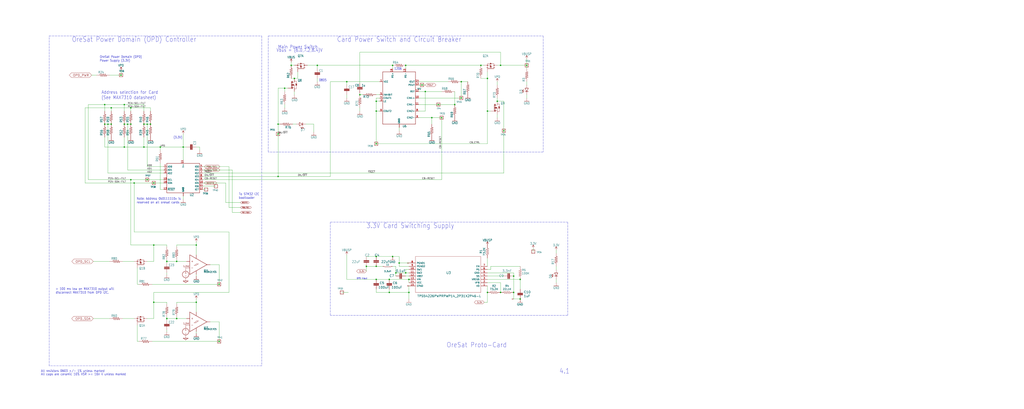
<source format=kicad_sch>
(kicad_sch (version 20211123) (generator eeschema)
  (paper "User" 795.02 317.906)
  (junction (at 378.46 60.96))
  (junction (at 111.76 114.3))
  (junction (at 292.1 78.74))
  (junction (at 114.3 139.7))
  (junction (at 378.46 86.36))
  (junction (at 340.36 81.28))
  (junction (at 292.1 86.36))
  (junction (at 96.52 96.52))
  (junction (at 304.8 199.39))
  (junction (at 398.78 227.33))
  (junction (at 279.4 73.66))
  (junction (at 398.78 214.63))
  (junction (at 292.1 199.39))
  (junction (at 96.52 114.3))
  (junction (at 119.38 190.5))
  (junction (at 170.18 220.98))
  (junction (at 93.98 58.42))
  (junction (at 116.84 96.52))
  (junction (at 317.5 217.17))
  (junction (at 152.4 190.5))
  (junction (at 86.36 96.52))
  (junction (at 101.6 96.52))
  (junction (at 215.9 137.16))
  (junction (at 269.24 63.5))
  (junction (at 307.34 212.09))
  (junction (at 403.86 232.41))
  (junction (at 292.1 217.17))
  (junction (at 386.08 78.74))
  (junction (at 335.28 91.44))
  (junction (at 388.62 50.8))
  (junction (at 137.16 247.65))
  (junction (at 129.54 203.2))
  (junction (at 119.38 234.95))
  (junction (at 101.6 139.7))
  (junction (at 142.24 114.3))
  (junction (at 317.5 227.33))
  (junction (at 86.36 83.82))
  (junction (at 96.52 81.28))
  (junction (at 314.96 212.09))
  (junction (at 114.3 96.52))
  (junction (at 403.86 217.17))
  (junction (at 137.16 203.2))
  (junction (at 170.18 265.43))
  (junction (at 226.06 50.8))
  (junction (at 81.28 96.52))
  (junction (at 388.62 227.33))
  (junction (at 215.9 104.14))
  (junction (at 292.1 207.01))
  (junction (at 101.6 83.82))
  (junction (at 309.88 204.47))
  (junction (at 119.38 142.24))
  (junction (at 83.82 96.52))
  (junction (at 391.16 101.6))
  (junction (at 342.9 91.44))
  (junction (at 302.26 217.17))
  (junction (at 408.94 50.8))
  (junction (at 284.48 207.01))
  (junction (at 129.54 247.65))
  (junction (at 220.98 68.58))
  (junction (at 228.6 60.96))
  (junction (at 111.76 96.52))
  (junction (at 124.46 114.3))
  (junction (at 314.96 50.8))
  (junction (at 378.46 227.33))
  (junction (at 304.8 50.8))
  (junction (at 353.06 81.28))
  (junction (at 104.14 142.24))
  (junction (at 327.66 66.04))
  (junction (at 358.14 63.5))
  (junction (at 330.2 71.12))
  (junction (at 215.9 96.52))
  (junction (at 373.38 50.8))
  (junction (at 246.38 50.8))
  (junction (at 292.1 111.76))
  (junction (at 99.06 96.52))
  (junction (at 152.4 234.95))
  (junction (at 302.26 227.33))
  (junction (at 81.28 81.28))
  (junction (at 358.14 76.2))
  (wire (pts (xy 129.54 234.95) (xy 119.38 234.95)))
  (wire (pts (xy 314.96 212.09) (xy 307.34 212.09)))
  (wire (pts (xy 317.5 209.55) (xy 314.96 209.55)))
  (wire (pts (xy 284.48 207.01) (xy 292.1 207.01)))
  (wire (pts (xy 114.3 129.54) (xy 114.3 96.52)))
  (wire (pts (xy 104.14 142.24) (xy 66.04 142.24)))
  (wire (pts (xy 284.48 199.39) (xy 292.1 199.39)))
  (wire (pts (xy 163.195 205.74) (xy 170.18 205.74)))
  (wire (pts (xy 307.34 212.09) (xy 307.34 207.01)))
  (wire (pts (xy 294.64 76.2) (xy 292.1 76.2)))
  (wire (pts (xy 228.6 71.12) (xy 228.6 73.66)))
  (wire (pts (xy 107.95 220.98) (xy 106.68 220.98)))
  (wire (pts (xy 398.78 232.41) (xy 403.86 232.41)))
  (wire (pts (xy 386.08 50.8) (xy 388.62 50.8)))
  (wire (pts (xy 279.4 73.66) (xy 281.94 73.66)))
  (wire (pts (xy 269.24 66.04) (xy 269.24 63.5)))
  (wire (pts (xy 325.12 63.5) (xy 347.98 63.5)))
  (wire (pts (xy 243.586 96.52) (xy 243.586 102.616)))
  (wire (pts (xy 217.17 96.52) (xy 215.9 96.52)))
  (wire (pts (xy 378.46 86.36) (xy 378.46 111.76)))
  (wire (pts (xy 129.54 236.22) (xy 129.54 234.95)))
  (wire (pts (xy 119.38 190.5) (xy 119.38 203.2)))
  (wire (pts (xy 129.54 247.65) (xy 129.54 246.38)))
  (wire (pts (xy 314.96 53.34) (xy 314.96 50.8)))
  (wire (pts (xy 106.68 265.43) (xy 106.68 252.73)))
  (wire (pts (xy 246.38 50.8) (xy 304.8 50.8)))
  (wire (pts (xy 279.4 72.39) (xy 279.4 73.66)))
  (wire (pts (xy 238.76 50.8) (xy 246.38 50.8)))
  (wire (pts (xy 309.88 199.39) (xy 309.88 204.47)))
  (wire (pts (xy 137.16 191.77) (xy 137.16 190.5)))
  (polyline (pts (xy 38.1 27.94) (xy 203.2 27.94)))
  (wire (pts (xy 152.4 234.95) (xy 137.16 234.95)))
  (wire (pts (xy 327.66 66.04) (xy 330.2 66.04)))
  (polyline (pts (xy 208.28 27.94) (xy 421.64 27.94)))
  (wire (pts (xy 228.6 60.96) (xy 231.14 60.96)))
  (wire (pts (xy 101.6 139.7) (xy 114.3 139.7)))
  (wire (pts (xy 335.28 91.44) (xy 325.12 91.44)))
  (wire (pts (xy 408.94 45.72) (xy 408.94 50.8)))
  (wire (pts (xy 137.16 203.2) (xy 144.78 203.2)))
  (wire (pts (xy 373.38 50.8) (xy 375.92 50.8)))
  (wire (pts (xy 378.46 217.17) (xy 403.86 217.17)))
  (wire (pts (xy 342.9 91.44) (xy 335.28 91.44)))
  (wire (pts (xy 152.4 190.5) (xy 152.4 187.96)))
  (wire (pts (xy 269.24 63.5) (xy 294.64 63.5)))
  (wire (pts (xy 246.38 53.34) (xy 246.38 50.8)))
  (wire (pts (xy 118.11 265.43) (xy 170.18 265.43)))
  (wire (pts (xy 314.96 50.8) (xy 373.38 50.8)))
  (wire (pts (xy 302.26 227.33) (xy 317.5 227.33)))
  (wire (pts (xy 101.6 190.5) (xy 101.6 139.7)))
  (wire (pts (xy 381 209.55) (xy 378.46 209.55)))
  (wire (pts (xy 81.28 81.28) (xy 96.52 81.28)))
  (wire (pts (xy 127 142.24) (xy 119.38 142.24)))
  (wire (pts (xy 177.8 129.54) (xy 177.8 161.29)))
  (polyline (pts (xy 440.69 245.11) (xy 256.54 245.11)))
  (wire (pts (xy 152.4 190.5) (xy 137.16 190.5)))
  (wire (pts (xy 302.26 227.33) (xy 302.26 224.79)))
  (wire (pts (xy 157.48 144.78) (xy 167.64 144.78)))
  (wire (pts (xy 127 134.62) (xy 83.82 134.62)))
  (wire (pts (xy 353.06 81.28) (xy 353.06 71.12)))
  (wire (pts (xy 129.54 203.2) (xy 137.16 203.2)))
  (wire (pts (xy 111.76 114.3) (xy 124.46 114.3)))
  (polyline (pts (xy 208.28 118.11) (xy 208.28 27.94)))
  (wire (pts (xy 127 132.08) (xy 99.06 132.08)))
  (wire (pts (xy 180.34 165.1) (xy 186.69 165.1)))
  (wire (pts (xy 157.48 142.24) (xy 175.26 142.24)))
  (wire (pts (xy 279.4 40.64) (xy 388.62 40.64)))
  (wire (pts (xy 129.54 247.65) (xy 129.54 248.92)))
  (wire (pts (xy 114.3 139.7) (xy 127 139.7)))
  (wire (pts (xy 292.1 111.76) (xy 292.1 86.36)))
  (wire (pts (xy 226.06 60.96) (xy 228.6 60.96)))
  (wire (pts (xy 152.4 198.12) (xy 152.4 190.5)))
  (wire (pts (xy 119.38 227.33) (xy 177.8 227.33)))
  (wire (pts (xy 124.46 127) (xy 124.46 147.32)))
  (wire (pts (xy 378.46 234.95) (xy 375.92 234.95)))
  (wire (pts (xy 265.43 227.33) (xy 270.51 227.33)))
  (wire (pts (xy 119.38 203.2) (xy 114.3 203.2)))
  (polyline (pts (xy 203.2 284.48) (xy 38.1 284.48)))
  (wire (pts (xy 231.14 60.96) (xy 231.14 55.88)))
  (wire (pts (xy 170.18 205.74) (xy 170.18 220.98)))
  (wire (pts (xy 96.52 86.36) (xy 96.52 81.28)))
  (wire (pts (xy 358.14 63.5) (xy 363.22 63.5)))
  (wire (pts (xy 142.24 114.3) (xy 144.78 114.3)))
  (wire (pts (xy 81.28 114.3) (xy 96.52 114.3)))
  (wire (pts (xy 325.12 66.04) (xy 327.66 66.04)))
  (wire (pts (xy 86.36 96.52) (xy 83.82 96.52)))
  (wire (pts (xy 388.62 219.71) (xy 388.62 227.33)))
  (wire (pts (xy 378.46 111.76) (xy 292.1 111.76)))
  (wire (pts (xy 86.36 86.36) (xy 86.36 83.82)))
  (wire (pts (xy 378.46 227.33) (xy 378.46 234.95)))
  (wire (pts (xy 86.36 83.82) (xy 101.6 83.82)))
  (wire (pts (xy 157.48 132.08) (xy 180.34 132.08)))
  (wire (pts (xy 381 207.01) (xy 381 209.55)))
  (wire (pts (xy 304.8 199.39) (xy 309.88 199.39)))
  (wire (pts (xy 378.46 200.66) (xy 378.46 207.01)))
  (wire (pts (xy 294.64 73.66) (xy 292.1 73.66)))
  (wire (pts (xy 99.06 132.08) (xy 99.06 96.52)))
  (wire (pts (xy 330.2 86.36) (xy 330.2 71.12)))
  (wire (pts (xy 152.4 114.3) (xy 154.94 114.3)))
  (wire (pts (xy 330.2 71.12) (xy 342.9 71.12)))
  (wire (pts (xy 68.58 81.28) (xy 81.28 81.28)))
  (wire (pts (xy 378.46 60.96) (xy 378.46 55.88)))
  (wire (pts (xy 129.54 191.77) (xy 129.54 190.5)))
  (wire (pts (xy 378.46 214.63) (xy 391.16 214.63)))
  (wire (pts (xy 127 129.54) (xy 114.3 129.54)))
  (wire (pts (xy 101.6 83.82) (xy 116.84 83.82)))
  (wire (pts (xy 129.54 190.5) (xy 119.38 190.5)))
  (wire (pts (xy 226.06 50.8) (xy 228.6 50.8)))
  (wire (pts (xy 83.82 134.62) (xy 83.82 96.52)))
  (polyline (pts (xy 256.54 245.11) (xy 256.54 172.72)))
  (wire (pts (xy 220.98 81.28) (xy 220.98 83.82)))
  (wire (pts (xy 292.1 78.74) (xy 292.1 86.36)))
  (wire (pts (xy 119.38 142.24) (xy 104.14 142.24)))
  (polyline (pts (xy 421.64 118.11) (xy 208.28 118.11)))
  (wire (pts (xy 116.84 83.82) (xy 116.84 86.36)))
  (wire (pts (xy 226.06 48.26) (xy 226.06 50.8)))
  (wire (pts (xy 317.5 204.47) (xy 309.88 204.47)))
  (wire (pts (xy 314.96 212.09) (xy 314.96 209.55)))
  (wire (pts (xy 304.8 207.01) (xy 307.34 207.01)))
  (polyline (pts (xy 440.69 172.72) (xy 440.69 245.11)))
  (wire (pts (xy 215.9 104.14) (xy 215.9 137.16)))
  (wire (pts (xy 269.24 217.17) (xy 292.1 217.17)))
  (wire (pts (xy 386.08 88.9) (xy 386.08 91.44)))
  (wire (pts (xy 381 86.36) (xy 378.46 86.36)))
  (wire (pts (xy 101.6 86.36) (xy 101.6 83.82)))
  (wire (pts (xy 325.12 71.12) (xy 330.2 71.12)))
  (wire (pts (xy 163.195 250.19) (xy 170.18 250.19)))
  (wire (pts (xy 215.9 137.16) (xy 256.54 137.16)))
  (wire (pts (xy 269.24 198.12) (xy 269.24 217.17)))
  (wire (pts (xy 292.1 227.33) (xy 302.26 227.33)))
  (wire (pts (xy 335.28 96.52) (xy 335.28 91.44)))
  (wire (pts (xy 292.1 86.36) (xy 294.64 86.36)))
  (wire (pts (xy 279.4 64.77) (xy 279.4 40.64)))
  (wire (pts (xy 220.98 68.58) (xy 215.9 68.58)))
  (wire (pts (xy 127 147.32) (xy 124.46 147.32)))
  (polyline (pts (xy 256.54 172.72) (xy 440.69 172.72)))
  (wire (pts (xy 177.8 180.34) (xy 104.14 180.34)))
  (wire (pts (xy 408.94 50.8) (xy 408.94 53.34)))
  (wire (pts (xy 256.54 137.16) (xy 256.54 63.5)))
  (wire (pts (xy 307.34 214.63) (xy 307.34 212.09)))
  (wire (pts (xy 177.8 227.33) (xy 177.8 180.34)))
  (wire (pts (xy 284.48 210.82) (xy 284.48 207.01)))
  (wire (pts (xy 398.78 232.41) (xy 398.78 227.33)))
  (wire (pts (xy 142.24 124.46) (xy 142.24 114.3)))
  (wire (pts (xy 309.88 101.6) (xy 309.88 99.06)))
  (wire (pts (xy 391.16 134.62) (xy 157.48 134.62)))
  (wire (pts (xy 137.16 236.22) (xy 137.16 234.95)))
  (polyline (pts (xy 203.2 27.94) (xy 203.2 284.48)))
  (wire (pts (xy 96.52 114.3) (xy 111.76 114.3)))
  (wire (pts (xy 373.38 60.96) (xy 378.46 60.96)))
  (wire (pts (xy 340.36 81.28) (xy 353.06 81.28)))
  (wire (pts (xy 386.08 76.2) (xy 386.08 78.74)))
  (wire (pts (xy 152.4 234.95) (xy 152.4 242.57)))
  (wire (pts (xy 157.48 139.7) (xy 342.9 139.7)))
  (wire (pts (xy 358.14 76.2) (xy 358.14 63.5)))
  (wire (pts (xy 85.09 203.2) (xy 72.39 203.2)))
  (wire (pts (xy 215.9 68.58) (xy 215.9 96.52)))
  (wire (pts (xy 124.46 114.3) (xy 142.24 114.3)))
  (wire (pts (xy 325.12 86.36) (xy 330.2 86.36)))
  (wire (pts (xy 309.88 207.01) (xy 317.5 207.01)))
  (wire (pts (xy 177.8 129.54) (xy 157.48 129.54)))
  (wire (pts (xy 378.46 222.25) (xy 378.46 227.33)))
  (wire (pts (xy 431.8 207.01) (xy 431.8 209.55)))
  (wire (pts (xy 114.3 96.52) (xy 111.76 96.52)))
  (wire (pts (xy 340.36 81.28) (xy 325.12 81.28)))
  (wire (pts (xy 237.49 96.52) (xy 243.586 96.52)))
  (wire (pts (xy 99.06 96.52) (xy 96.52 96.52)))
  (wire (pts (xy 398.78 214.63) (xy 398.78 227.33)))
  (wire (pts (xy 111.76 114.3) (xy 111.76 106.68)))
  (wire (pts (xy 304.8 50.8) (xy 304.8 53.34)))
  (wire (pts (xy 403.86 217.17) (xy 403.86 224.79)))
  (wire (pts (xy 96.52 81.28) (xy 111.76 81.28)))
  (wire (pts (xy 309.88 204.47) (xy 309.88 207.01)))
  (wire (pts (xy 391.16 101.6) (xy 391.16 134.62)))
  (wire (pts (xy 302.26 217.17) (xy 317.5 217.17)))
  (wire (pts (xy 220.98 71.12) (xy 220.98 68.58)))
  (wire (pts (xy 378.46 60.96) (xy 378.46 86.36)))
  (wire (pts (xy 157.48 137.16) (xy 215.9 137.16)))
  (wire (pts (xy 256.54 63.5) (xy 269.24 63.5)))
  (wire (pts (xy 152.4 259.08) (xy 152.4 257.81)))
  (wire (pts (xy 246.38 60.96) (xy 246.38 63.5)))
  (wire (pts (xy 220.98 68.58) (xy 223.52 68.58)))
  (wire (pts (xy 177.8 161.29) (xy 186.69 161.29)))
  (wire (pts (xy 85.09 58.42) (xy 93.98 58.42)))
  (wire (pts (xy 154.94 114.3) (xy 154.94 116.84)))
  (wire (pts (xy 116.84 96.52) (xy 114.3 96.52)))
  (wire (pts (xy 378.46 219.71) (xy 388.62 219.71)))
  (wire (pts (xy 81.28 86.36) (xy 81.28 81.28)))
  (wire (pts (xy 269.24 76.2) (xy 269.24 73.66)))
  (wire (pts (xy 137.16 247.65) (xy 144.78 247.65)))
  (wire (pts (xy 408.94 63.5) (xy 408.94 66.04)))
  (wire (pts (xy 160.02 147.32) (xy 157.48 147.32)))
  (wire (pts (xy 74.93 58.42) (xy 71.12 58.42)))
  (wire (pts (xy 129.54 203.2) (xy 129.54 201.93)))
  (wire (pts (xy 81.28 114.3) (xy 81.28 106.68)))
  (wire (pts (xy 388.62 40.64) (xy 388.62 50.8)))
  (wire (pts (xy 317.5 219.71) (xy 317.5 217.17)))
  (wire (pts (xy 414.02 193.04) (xy 414.02 195.58)))
  (wire (pts (xy 85.09 247.65) (xy 72.39 247.65)))
  (wire (pts (xy 118.11 220.98) (xy 170.18 220.98)))
  (wire (pts (xy 104.14 180.34) (xy 104.14 142.24)))
  (wire (pts (xy 292.1 217.17) (xy 302.26 217.17)))
  (wire (pts (xy 325.12 76.2) (xy 358.14 76.2)))
  (wire (pts (xy 104.14 247.65) (xy 95.25 247.65)))
  (wire (pts (xy 129.54 247.65) (xy 137.16 247.65)))
  (wire (pts (xy 317.5 227.33) (xy 317.5 232.41)))
  (wire (pts (xy 386.08 63.5) (xy 386.08 66.04)))
  (wire (pts (xy 83.82 96.52) (xy 81.28 96.52)))
  (wire (pts (xy 378.46 212.09) (xy 398.78 212.09)))
  (wire (pts (xy 388.62 50.8) (xy 408.94 50.8)))
  (wire (pts (xy 101.6 96.52) (xy 99.06 96.52)))
  (wire (pts (xy 107.95 265.43) (xy 106.68 265.43)))
  (wire (pts (xy 152.4 234.95) (xy 152.4 232.41)))
  (wire (pts (xy 68.58 139.7) (xy 68.58 81.28)))
  (wire (pts (xy 398.78 212.09) (xy 398.78 214.63)))
  (wire (pts (xy 129.54 213.36) (xy 129.54 212.09)))
  (wire (pts (xy 137.16 246.38) (xy 137.16 247.65)))
  (wire (pts (xy 292.1 199.39) (xy 304.8 199.39)))
  (wire (pts (xy 292.1 207.01) (xy 297.18 207.01)))
  (wire (pts (xy 317.5 214.63) (xy 314.96 214.63)))
  (wire (pts (xy 104.14 203.2) (xy 95.25 203.2)))
  (wire (pts (xy 129.54 257.81) (xy 129.54 256.54)))
  (wire (pts (xy 119.38 234.95) (xy 119.38 247.65)))
  (wire (pts (xy 119.38 247.65) (xy 114.3 247.65)))
  (wire (pts (xy 391.16 78.74) (xy 391.16 101.6)))
  (wire (pts (xy 180.34 132.08) (xy 180.34 165.1)))
  (wire (pts (xy 215.9 96.52) (xy 215.9 104.14)))
  (wire (pts (xy 292.1 227.33) (xy 292.1 224.79)))
  (polyline (pts (xy 38.1 284.48) (xy 38.1 27.94)))
  (wire (pts (xy 175.26 157.48) (xy 186.69 157.48)))
  (wire (pts (xy 66.04 142.24) (xy 66.04 83.82)))
  (wire (pts (xy 96.52 114.3) (xy 96.52 106.68)))
  (wire (pts (xy 292.1 78.74) (xy 294.64 78.74)))
  (wire (pts (xy 431.8 217.17) (xy 431.8 219.71)))
  (wire (pts (xy 342.9 139.7) (xy 342.9 91.44)))
  (wire (pts (xy 170.18 250.19) (xy 170.18 265.43)))
  (wire (pts (xy 119.38 190.5) (xy 101.6 190.5)))
  (wire (pts (xy 142.24 154.94) (xy 142.24 152.4)))
  (wire (pts (xy 68.58 139.7) (xy 101.6 139.7)))
  (wire (pts (xy 106.68 220.98) (xy 106.68 208.28)))
  (wire (pts (xy 227.33 96.52) (xy 229.87 96.52)))
  (wire (pts (xy 403.86 207.01) (xy 381 207.01)))
  (wire (pts (xy 119.38 234.95) (xy 119.38 227.33)))
  (wire (pts (xy 317.5 222.25) (xy 317.5 227.33)))
  (wire (pts (xy 292.1 76.2) (xy 292.1 78.74)))
  (wire (pts (xy 175.26 142.24) (xy 175.26 157.48)))
  (wire (pts (xy 386.08 78.74) (xy 391.16 78.74)))
  (wire (pts (xy 129.54 204.47) (xy 129.54 203.2)))
  (wire (pts (xy 93.98 58.42) (xy 93.98 54.61)))
  (wire (pts (xy 111.76 86.36) (xy 111.76 81.28)))
  (wire (pts (xy 279.4 86.36) (xy 279.4 83.82)))
  (wire (pts (xy 137.16 201.93) (xy 137.16 203.2)))
  (wire (pts (xy 317.5 212.09) (xy 314.96 212.09)))
  (wire (pts (xy 152.4 214.63) (xy 152.4 213.36)))
  (wire (pts (xy 142.24 114.3) (xy 142.24 104.14)))
  (polyline (pts (xy 421.64 27.94) (xy 421.64 118.11)))
  (wire (pts (xy 408.94 73.66) (xy 408.94 76.2)))
  (wire (pts (xy 431.8 194.31) (xy 431.8 196.85)))
  (wire (pts (xy 66.04 83.82) (xy 86.36 83.82)))
  (wire (pts (xy 124.46 116.84) (xy 124.46 114.3)))
  (text "> 100 ms low on MAX7310 output will\ndisconnect MAX7310 from OPD I2C." (at 43.18 228.6 0) (effects (font (size 1.778 1.5113)) (justify left bottom)))
  (text "To STM32 I2C\nbootloader" (at 185.42 154.94 180) (effects (font (size 1.778 1.5113)) (justify left bottom)))
  (text "Main Power Switch" (at 215.9 38.1 180) (effects (font (size 2.54 2.159)) (justify left bottom)))
  (text "1206" (at 306.07 54.61 180) (effects (font (size 1.778 1.5113)) (justify left bottom)))
  (text "4.1" (at 434.34 290.83 180) (effects (font (size 3.81 3.2385)) (justify left bottom)))
  (text "All resistors 0603 +/- 1% unless marked" (at 31.75 289.56 180) (effects (font (size 1.778 1.5113)) (justify left bottom)))
  (text "All caps are ceramic 10% X5R >= 16V V unless marked" (at 31.75 292.1 0) (effects (font (size 1.778 1.5113)) (justify left bottom)))
  (text "Address selection for Card\n(See MAX7310 datasheet)" (at 78.74 77.47 0) (effects (font (size 2.54 2.159)) (justify left bottom)))
  (text "OreSat Proto-Card" (at 346.71 270.51 180) (effects (font (size 3.81 3.2385)) (justify left bottom)))
  (text "OPD Input\n" (at 276.86 217.17 0) (effects (font (size 1.0668 1.0668)) (justify left bottom)))
  (text "Note: Address 0b0111110x is\nreserved on all oresat cards" (at 106.172 158.496 0) (effects (font (size 1.778 1.5113)) (justify left bottom)))
  (text "(3.3V)" (at 134.62 107.95 180) (effects (font (size 1.778 1.5113)) (justify left bottom)))
  (text "3.3V Card Switching Supply" (at 284.48 177.8 180) (effects (font (size 3.81 3.2385)) (justify left bottom)))
  (text "OreSat Power Domain (OPD)\nPower Supply (3.3V)" (at 77.47 48.26 180) (effects (font (size 1.778 1.5113)) (justify left bottom)))
  (text "Card Power Switch and Circuit Breaker" (at 261.62 33.02 180) (effects (font (size 3.81 3.2385)) (justify left bottom)))
  (text "0805" (at 247.65 63.5 180) (effects (font (size 1.778 1.5113)) (justify left bottom)))
  (text "OreSat Power Domain (OPD) Controller" (at 55.88 33.02 180) (effects (font (size 3.81 3.2385)) (justify left bottom)))
  (text "Vbus = (6.0,7.2,8.4)V" (at 214.63 40.64 180) (effects (font (size 2.54 2.159)) (justify left bottom)))
  (label "PEN-SCL-FILT" (at 99.06 81.28 0) (effects (font (size 1.2446 1.2446))))
  (label "CB-RESET" (at 327.66 139.7 0) (effects (font (size 1.2446 1.2446))))
  (label "PEN-SDA-FILT" (at 99.06 83.82 0) (effects (font (size 1.2446 1.2446))))
  (label "ON/~{OFF}" (at 158.75 137.16 0) (effects (font (size 1.2446 1.2446))))
  (label "CB_CTRL" (at 364.49 111.76 0) (effects (font (size 1.2446 1.2446))))
  (label "PEN-SCL-FILT" (at 83.82 139.7 0) (effects (font (size 1.2446 1.2446))))
  (label "PEN-SDA-FILT" (at 83.82 142.24 0) (effects (font (size 1.2446 1.2446))))
  (label "VPD" (at 124.46 114.3 0) (effects (font (size 1.2446 1.2446))))
  (label "~{FAULT}" (at 285.75 134.62 0) (effects (font (size 1.2446 1.2446))))
  (label "AD0" (at 114.3 129.54 0) (effects (font (size 1.2446 1.2446))))
  (label "ON/~{OFF}" (at 215.9 104.14 0) (effects (font (size 1.2446 1.2446))))
  (label "ON/~{OFF}" (at 231.14 137.16 0) (effects (font (size 1.2446 1.2446))))
  (label "~{FAULT}" (at 158.75 134.62 0) (effects (font (size 1.2446 1.2446))))
  (label "AD2" (at 114.3 134.62 0) (effects (font (size 1.2446 1.2446))))
  (label "CB-RESET" (at 158.75 139.7 0) (effects (font (size 1.2446 1.2446))))
  (label "AD1" (at 114.3 132.08 0) (effects (font (size 1.2446 1.2446))))
  (label "CB-RESET" (at 342.9 115.57 90) (effects (font (size 1.2446 1.2446))))
  (global_label "PB6/SCL" (shape bidirectional) (at 158.75 129.54 0) (effects (font (size 1.2446 1.2446))) (property "Intersheet References" "${INTERSHEET_REFS}" (effects hide)))
  (global_label "BOOT0" (shape bidirectional) (at 186.69 157.48 0) (effects (font (size 0.889 0.889))) (property "Intersheet References" "${INTERSHEET_REFS}" (effects hide)))
  (global_label "BOOT0" (shape bidirectional) (at 158.75 142.24 0) (effects (font (size 1.2446 1.2446))) (property "Intersheet References" "${INTERSHEET_REFS}" (effects hide)))
  (global_label "GND" (shape bidirectional) (at 317.5 222.25 180) (effects (font (size 0.254 0.254))) (property "Intersheet References" "${INTERSHEET_REFS}" (effects hide)))
  (global_label "GND" (shape bidirectional) (at 398.78 232.41 180) (effects (font (size 0.254 0.254))) (property "Intersheet References" "${INTERSHEET_REFS}" (effects hide)))
  (global_label "GND" (shape bidirectional) (at 317.5 204.47 180) (effects (font (size 0.254 0.254))) (property "Intersheet References" "${INTERSHEET_REFS}" (effects hide)))
  (global_label "PB7/SDA" (shape bidirectional) (at 186.69 165.1 0) (effects (font (size 0.889 0.889))) (property "Intersheet References" "${INTERSHEET_REFS}" (effects hide)))
  (global_label "3.3V" (shape bidirectional) (at 284.48 210.82 180) (property "Intersheet References" "${INTERSHEET_REFS}" (effects hide)))
  (global_label "3.3V" (shape bidirectional) (at 375.92 234.95 180) (property "Intersheet References" "${INTERSHEET_REFS}" (effects hide)))
  (global_label "PB7/SDA" (shape bidirectional) (at 158.75 132.08 0) (effects (font (size 1.2446 1.2446))) (property "Intersheet References" "${INTERSHEET_REFS}" (effects hide)))
  (global_label "OPD_SCL" (shape bidirectional) (at 72.39 203.2 180) (effects (font (size 1.778 1.778))) (property "Intersheet References" "${INTERSHEET_REFS}" (effects hide)))
  (global_label "OPD_PWR" (shape bidirectional) (at 71.12 58.42 180) (effects (font (size 1.778 1.778))) (property "Intersheet References" "${INTERSHEET_REFS}" (effects hide)))
  (global_label "PB6/SCL" (shape bidirectional) (at 186.69 161.29 0) (effects (font (size 0.889 0.889))) (property "Intersheet References" "${INTERSHEET_REFS}" (effects hide)))
  (global_label "POUT" (shape bidirectional) (at 330.2 66.04 0) (effects (font (size 1.2446 1.2446))) (property "Intersheet References" "${INTERSHEET_REFS}" (effects hide)))
  (global_label "OPD_SDA" (shape bidirectional) (at 72.39 247.65 180) (effects (font (size 1.778 1.778))) (property "Intersheet References" "${INTERSHEET_REFS}" (effects hide)))
  (symbol (lib_id "mainboard:22UF-1210-16V-20%") (at 302.26 222.25 0) (unit 1)
    (property "Reference" "C6" (at 304.8 220.98 0) (effects (font (size 1.778 1.778)) (justify left bottom)))
    (property "Value" "100uF" (at 303.784 224.409 0) (effects (font (size 1.778 1.778)) (justify left bottom)))
    (property "Footprint" "Capacitor_SMD:C_1210_3225Metric" (effects hide))
    (property "Description" "100uF 16V X5R 1210" (effects hide))
  )
  (symbol (lib_id "oresat-proto-card-eagle-import:VPD") (at 152.4 187.96 0) (unit 1)
    (property "Reference" "#VPD010" (effects hide))
    (property "Value" "VPD" (at 152.4 185.166 0) (effects (font (size 1.778 1.5113)) (justify bottom)))
    (property "Footprint" "oresat-proto-card:" (effects hide))
  )
  (symbol (lib_id "oresat-proto-card-eagle-import:R-US_0603-C-NOSILK") (at 80.01 58.42 0) (unit 1)
    (property "Reference" "R24" (at 76.2 57.15 0) (effects (font (size 1.778 1.5113)) (justify left bottom)))
    (property "Value" "10" (at 82.55 57.15 0) (effects (font (size 1.778 1.5113)) (justify left bottom)))
    (property "Footprint" "oresat-proto-card:.0603-C-NOSILK" (effects hide))
  )
  (symbol (lib_id "oresat-proto-card-eagle-import:R-US_0603-C-NOSILK") (at 86.36 91.44 90) (unit 1)
    (property "Reference" "R59" (at 84.8614 95.25 0) (effects (font (size 1.778 1.5113)) (justify left bottom)))
    (property "Value" "NP" (at 84.582 90.17 0) (effects (font (size 1.778 1.5113)) (justify left bottom)))
    (property "Footprint" "oresat-proto-card:.0603-C-NOSILK" (effects hide))
  )
  (symbol (lib_id "Device:L") (at 300.99 207.01 270) (unit 1)
    (property "Reference" "L1" (at 300.99 205.74 90))
    (property "Value" "3.3uH" (at 300.99 210.82 90))
    (property "Footprint" "MaxLib:L_2141" (effects hide))
    (property "Datasheet" "https://datasheet.lcsc.com/lcsc/2009171412_TAI-TECH-HPC5040NF-3R3MTH_C304367.pdf" (effects hide))
    (property "Description" "3.3uH Shielded Inductor" (effects hide))
    (property "Flight" "SPM5030T-3R3M-HZ" (effects hide))
    (property "Manufacturer_Name" "TAI-TECH" (effects hide))
    (property "Manufacturer_Part_Number" "HPC5040NF-3R3MTH" (effects hide))
    (property "Proto" "HPC5040NF-3R3MTH" (effects hide))
  )
  (symbol (lib_id "oresat-proto-card-eagle-import:GND") (at 353.06 93.98 0) (mirror y) (unit 1)
    (property "Reference" "#GND021" (effects hide))
    (property "Value" "GND" (at 355.6 96.52 0) (effects (font (size 1.778 1.5113)) (justify left bottom)))
    (property "Footprint" "oresat-proto-card:" (effects hide))
  )
  (symbol (lib_id "oresat-proto-card-eagle-import:C-EU0805-B-NOSILK") (at 246.38 55.88 0) (unit 1)
    (property "Reference" "C1" (at 247.65 55.88 0) (effects (font (size 1.778 1.5113)) (justify left bottom)))
    (property "Value" "10u" (at 247.65 60.96 0) (effects (font (size 1.778 1.5113)) (justify left bottom)))
    (property "Footprint" "oresat-proto-card:.0805-B-NOSILK" (effects hide))
  )
  (symbol (lib_id "mainboard:GND") (at 403.86 234.95 0) (unit 1)
    (property "Reference" "#GND011" (effects hide))
    (property "Value" "GND" (at 401.32 237.49 0) (effects (font (size 1.4986 1.4986)) (justify left bottom)))
  )
  (symbol (lib_id "oresat-proto-card-eagle-import:R-US_0603-C-NOSILK") (at 347.98 71.12 180) (unit 1)
    (property "Reference" "R68" (at 342.9 69.85 0) (effects (font (size 1.778 1.5113)) (justify right top)))
    (property "Value" "0" (at 349.25 69.85 0) (effects (font (size 1.778 1.5113)) (justify right top)))
    (property "Footprint" "oresat-proto-card:.0603-C-NOSILK" (effects hide))
  )
  (symbol (lib_id "oresat-proto-card-eagle-import:R-US_0603-C-NOSILK") (at 101.6 91.44 90) (unit 1)
    (property "Reference" "R55" (at 100.1014 95.25 0) (effects (font (size 1.778 1.5113)) (justify left bottom)))
    (property "Value" "NP" (at 99.822 90.17 0) (effects (font (size 1.778 1.5113)) (justify left bottom)))
    (property "Footprint" "oresat-proto-card:.0603-C-NOSILK" (effects hide))
  )
  (symbol (lib_id "oresat-proto-card-eagle-import:R-US_0603-C-NOSILK") (at 96.52 101.6 270) (unit 1)
    (property "Reference" "R52" (at 95.0214 105.41 0) (effects (font (size 1.778 1.5113)) (justify right top)))
    (property "Value" "NP" (at 94.742 100.33 0) (effects (font (size 1.778 1.5113)) (justify right top)))
    (property "Footprint" "oresat-proto-card:.0603-C-NOSILK" (effects hide))
  )
  (symbol (lib_id "oresat-proto-card-eagle-import:R-US_0603-C-NOSILK") (at 81.28 101.6 270) (unit 1)
    (property "Reference" "R56" (at 79.7814 105.41 0) (effects (font (size 1.778 1.5113)) (justify right top)))
    (property "Value" "NP" (at 79.502 100.33 0) (effects (font (size 1.778 1.5113)) (justify right top)))
    (property "Footprint" "oresat-proto-card:.0603-C-NOSILK" (effects hide))
  )
  (symbol (lib_id "oresat-proto-card-eagle-import:R-US_0603-C-NOSILK") (at 124.46 121.92 90) (unit 1)
    (property "Reference" "R61" (at 122.9614 125.73 0) (effects (font (size 1.778 1.5113)) (justify left bottom)))
    (property "Value" "10k" (at 122.682 119.38 0) (effects (font (size 1.778 1.5113)) (justify left bottom)))
    (property "Footprint" "oresat-proto-card:.0603-C-NOSILK" (effects hide))
  )
  (symbol (lib_id "oresat-proto-card-eagle-import:3.3V") (at 414.02 193.04 0) (unit 1)
    (property "Reference" "#SUPPLY04" (effects hide))
    (property "Value" "3.3V" (at 414.02 190.246 0) (effects (font (size 1.778 1.5113)) (justify bottom)))
    (property "Footprint" "oresat-proto-card:" (effects hide))
  )
  (symbol (lib_id "mainboard:22UF-0805-6.3V-20%") (at 284.48 204.47 0) (unit 1)
    (property "Reference" "C2" (at 283.21 199.39 0) (effects (font (size 1.778 1.778)) (justify left bottom)))
    (property "Value" "22uF" (at 273.05 204.47 0) (effects (font (size 1.778 1.778)) (justify left bottom)))
    (property "Footprint" "Capacitor_SMD:C_0603_1608Metric" (effects hide))
    (property "Description" "22uF +-20% 10V X5R" (effects hide))
  )
  (symbol (lib_id "mainboard:22UF-1210-16V-20%") (at 292.1 222.25 0) (unit 1)
    (property "Reference" "C5" (at 294.64 220.98 0) (effects (font (size 1.778 1.778)) (justify left bottom)))
    (property "Value" "100uF" (at 293.624 224.409 0) (effects (font (size 1.778 1.778)) (justify left bottom)))
    (property "Footprint" "Capacitor_SMD:C_1210_3225Metric" (effects hide))
    (property "Description" "100uF 16V X5R 1210" (effects hide))
  )
  (symbol (lib_id "oresat-proto-card-eagle-import:GND") (at 386.08 93.98 0) (mirror y) (unit 1)
    (property "Reference" "#GND066" (effects hide))
    (property "Value" "GND" (at 388.62 96.52 0) (effects (font (size 1.778 1.5113)) (justify left bottom)))
    (property "Footprint" "oresat-proto-card:" (effects hide))
  )
  (symbol (lib_id "oresat-proto-card-eagle-import:R-US_0603-C-NOSILK") (at 373.38 55.88 90) (unit 1)
    (property "Reference" "R70" (at 372.11 60.96 0) (effects (font (size 1.778 1.5113)) (justify left bottom)))
    (property "Value" "10k" (at 372.11 54.61 0) (effects (font (size 1.778 1.5113)) (justify left bottom)))
    (property "Footprint" "oresat-proto-card:.0603-C-NOSILK" (effects hide))
  )
  (symbol (lib_id "oresat-proto-card-eagle-import:GND") (at 154.94 119.38 0) (mirror y) (unit 1)
    (property "Reference" "#GND09" (effects hide))
    (property "Value" "GND" (at 157.48 121.92 0) (effects (font (size 1.778 1.5113)) (justify left bottom)))
    (property "Footprint" "oresat-proto-card:" (effects hide))
  )
  (symbol (lib_id "oresat-proto-card-eagle-import:GND") (at 152.4 217.17 0) (mirror y) (unit 1)
    (property "Reference" "#GND077" (effects hide))
    (property "Value" "GND" (at 154.94 219.71 0) (effects (font (size 1.778 1.5113)) (justify left bottom)))
    (property "Footprint" "oresat-proto-card:" (effects hide))
  )
  (symbol (lib_id "oresat-proto-card-eagle-import:GND") (at 363.22 76.2 0) (mirror y) (unit 1)
    (property "Reference" "#GND029" (effects hide))
    (property "Value" "GND" (at 365.76 78.74 0) (effects (font (size 1.778 1.5113)) (justify left bottom)))
    (property "Footprint" "oresat-proto-card:" (effects hide))
  )
  (symbol (lib_id "oresat-proto-card-eagle-import:TEST-POINT-LARGE-SQUARE") (at 215.9 104.14 0) (unit 1)
    (property "Reference" "TP21" (at 209.55 101.6 0) (effects (font (size 1.27 1.0795)) (justify left bottom)))
    (property "Value" "TEST-POINT-LARGE-SQUARE" (effects hide))
    (property "Footprint" "oresat-proto-card:1X01" (effects hide))
  )
  (symbol (lib_id "oresat-proto-card-eagle-import:VBUSP") (at 269.24 198.12 0) (unit 1)
    (property "Reference" "#VBUSP07" (effects hide))
    (property "Value" "VBUSP" (at 269.24 195.326 0) (effects (font (size 1.778 1.5113)) (justify bottom)))
    (property "Footprint" "oresat-proto-card:" (effects hide))
  )
  (symbol (lib_id "oresat-proto-card-eagle-import:R-US_0603-C-NOSILK") (at 137.16 196.85 90) (unit 1)
    (property "Reference" "R83" (at 135.89 200.66 0) (effects (font (size 1.778 1.5113)) (justify left bottom)))
    (property "Value" "1M" (at 135.89 194.31 0) (effects (font (size 1.778 1.5113)) (justify left bottom)))
    (property "Footprint" "oresat-proto-card:.0603-C-NOSILK" (effects hide))
  )
  (symbol (lib_id "oresat-proto-card-eagle-import:GND") (at 246.38 66.04 0) (unit 1)
    (property "Reference" "#GND03" (effects hide))
    (property "Value" "GND" (at 243.84 68.58 0) (effects (font (size 1.778 1.5113)) (justify left bottom)))
    (property "Footprint" "oresat-proto-card:" (effects hide))
  )
  (symbol (lib_id "oresat-proto-card-eagle-import:TEST-POINT-LARGE-SQUARE") (at 340.36 81.28 0) (unit 1)
    (property "Reference" "TP4" (at 339.09 85.09 0) (effects (font (size 1.27 1.0795)) (justify left bottom)))
    (property "Value" "TEST-POINT-LARGE-SQUARE" (effects hide))
    (property "Footprint" "oresat-proto-card:1X01" (effects hide))
  )
  (symbol (lib_id "oresat-proto-card-eagle-import:GND") (at 431.8 222.25 0) (mirror y) (unit 1)
    (property "Reference" "#GND05" (effects hide))
    (property "Value" "GND" (at 434.34 224.79 0) (effects (font (size 1.778 1.5113)) (justify left bottom)))
    (property "Footprint" "oresat-proto-card:" (effects hide))
  )
  (symbol (lib_id "oresat-proto-card-eagle-import:R-US_0603-C-NOSILK") (at 111.76 101.6 270) (unit 1)
    (property "Reference" "R39" (at 110.2614 105.41 0) (effects (font (size 1.778 1.5113)) (justify right top)))
    (property "Value" "NP" (at 109.982 100.33 0) (effects (font (size 1.778 1.5113)) (justify right top)))
    (property "Footprint" "oresat-proto-card:.0603-C-NOSILK" (effects hide))
  )
  (symbol (lib_id "oresat-proto-card-eagle-import:GND") (at 152.4 261.62 0) (mirror y) (unit 1)
    (property "Reference" "#GND075" (effects hide))
    (property "Value" "GND" (at 154.94 264.16 0) (effects (font (size 1.778 1.5113)) (justify left bottom)))
    (property "Footprint" "oresat-proto-card:" (effects hide))
  )
  (symbol (lib_id "mainboard:GND") (at 317.5 234.95 0) (unit 1)
    (property "Reference" "#GND08" (effects hide))
    (property "Value" "GND" (at 314.96 237.49 0) (effects (font (size 1.4986 1.4986)) (justify left bottom)))
  )
  (symbol (lib_id "oresat-proto-card-eagle-import:R-US_0603-C-NOSILK") (at 111.76 91.44 270) (unit 1)
    (property "Reference" "R40" (at 110.2614 95.25 0) (effects (font (size 1.778 1.5113)) (justify right top)))
    (property "Value" "NP" (at 109.982 90.17 0) (effects (font (size 1.778 1.5113)) (justify right top)))
    (property "Footprint" "oresat-proto-card:.0603-C-NOSILK" (effects hide))
  )
  (symbol (lib_id "oresat-proto-card-eagle-import:C-EU0603-C-NOSILK") (at 129.54 251.46 0) (unit 1)
    (property "Reference" "C22" (at 130.81 251.46 0) (effects (font (size 1.778 1.5113)) (justify left bottom)))
    (property "Value" "1u" (at 130.81 256.54 0) (effects (font (size 1.778 1.5113)) (justify left bottom)))
    (property "Footprint" "oresat-proto-card:.0603-C-NOSILK" (effects hide))
  )
  (symbol (lib_id "oresat-proto-card-eagle-import:R-US_0603-C-NOSILK") (at 353.06 86.36 90) (unit 1)
    (property "Reference" "R69" (at 351.79 91.44 0) (effects (font (size 1.778 1.5113)) (justify left bottom)))
    (property "Value" "NP" (at 351.79 85.09 0) (effects (font (size 1.778 1.5113)) (justify left bottom)))
    (property "Footprint" "oresat-proto-card:.0603-C-NOSILK" (effects hide))
  )
  (symbol (lib_id "oresat-proto-card-eagle-import:VBUSP") (at 408.94 45.72 0) (unit 1)
    (property "Reference" "#VBUSP04" (effects hide))
    (property "Value" "VBUSP" (at 408.94 42.926 0) (effects (font (size 1.778 1.5113)) (justify bottom)))
    (property "Footprint" "oresat-proto-card:" (effects hide))
  )
  (symbol (lib_id "oresat-proto-card-eagle-import:GND") (at 142.24 157.48 0) (mirror y) (unit 1)
    (property "Reference" "#GND06" (effects hide))
    (property "Value" "GND" (at 144.78 160.02 0) (effects (font (size 1.778 1.5113)) (justify left bottom)))
    (property "Footprint" "oresat-proto-card:" (effects hide))
  )
  (symbol (lib_id "oresat-proto-card-eagle-import:GND") (at 309.88 104.14 0) (mirror y) (unit 1)
    (property "Reference" "#GND012" (effects hide))
    (property "Value" "GND" (at 312.42 106.68 0) (effects (font (size 1.778 1.5113)) (justify left bottom)))
    (property "Footprint" "oresat-proto-card:" (effects hide))
  )
  (symbol (lib_id "oresat-proto-card-eagle-import:R-US_0603-C-NOSILK") (at 431.8 201.93 90) (unit 1)
    (property "Reference" "R17" (at 430.3014 205.74 0) (effects (font (size 1.778 1.5113)) (justify left bottom)))
    (property "Value" "2.7k" (at 435.102 205.74 0) (effects (font (size 1.778 1.5113)) (justify left bottom)))
    (property "Footprint" "oresat-proto-card:.0603-C-NOSILK" (effects hide))
  )
  (symbol (lib_id "oresat-proto-card-eagle-import:TEST-POINT-LARGE-SQUARE") (at 292.1 111.76 0) (mirror y) (unit 1)
    (property "Reference" "TP39" (at 289.56 114.3 0) (effects (font (size 1.27 1.0795)) (justify left bottom)))
    (property "Value" "TEST-POINT-LARGE-SQUARE" (effects hide))
    (property "Footprint" "oresat-proto-card:1X01" (effects hide))
  )
  (symbol (lib_id "oresat-proto-card-eagle-import:R-US_0603-C-NOSILK") (at 287.02 73.66 180) (unit 1)
    (property "Reference" "R72" (at 281.94 76.2 0) (effects (font (size 1.778 1.5113)) (justify right top)))
    (property "Value" "10K" (at 287.02 76.2 0) (effects (font (size 1.778 1.5113)) (justify right top)))
    (property "Footprint" "oresat-proto-card:.0603-C-NOSILK" (effects hide))
  )
  (symbol (lib_id "oresat-proto-card-eagle-import:GND") (at 116.84 109.22 0) (mirror y) (unit 1)
    (property "Reference" "#GND013" (effects hide))
    (property "Value" "GND" (at 119.38 111.76 0) (effects (font (size 1.778 1.5113)) (justify left bottom)))
    (property "Footprint" "oresat-proto-card:" (effects hide))
  )
  (symbol (lib_id "oresat-proto-card-eagle-import:GND") (at 86.36 109.22 0) (mirror y) (unit 1)
    (property "Reference" "#GND016" (effects hide))
    (property "Value" "GND" (at 88.9 111.76 0) (effects (font (size 1.778 1.5113)) (justify left bottom)))
    (property "Footprint" "oresat-proto-card:" (effects hide))
  )
  (symbol (lib_id "oresat-proto-card-eagle-import:TEST-POINT-LARGE-SQUARE") (at 170.18 220.98 180) (unit 1)
    (property "Reference" "TP42" (at 172.72 217.17 0) (effects (font (size 1.27 1.0795)) (justify left bottom)))
    (property "Value" "TEST-POINT-LARGE-SQUARE" (effects hide))
    (property "Footprint" "oresat-proto-card:1X01" (effects hide))
  )
  (symbol (lib_id "oresat-proto-card-eagle-import:R-US_0603-C-NOSILK") (at 101.6 101.6 90) (unit 1)
    (property "Reference" "R54" (at 100.1014 105.41 0) (effects (font (size 1.778 1.5113)) (justify left bottom)))
    (property "Value" "NP" (at 99.822 100.33 0) (effects (font (size 1.778 1.5113)) (justify left bottom)))
    (property "Footprint" "oresat-proto-card:.0603-C-NOSILK" (effects hide))
  )
  (symbol (lib_id "oresat-proto-card-eagle-import:R-US_0603-C-NOSILK") (at 408.94 58.42 90) (unit 1)
    (property "Reference" "R3" (at 407.67 63.5 0) (effects (font (size 1.778 1.5113)) (justify left bottom)))
    (property "Value" "2.7k" (at 407.67 58.42 0) (effects (font (size 1.778 1.5113)) (justify left bottom)))
    (property "Footprint" "oresat-proto-card:.0603-C-NOSILK" (effects hide))
  )
  (symbol (lib_id "oresat-proto-card-eagle-import:PMV45EN") (at 228.6 66.04 0) (unit 1)
    (property "Reference" "Q8" (at 231.14 63.5 0) (effects (font (size 1.778 1.5113)) (justify left bottom)))
    (property "Value" "PMV45EN" (at 231.14 66.04 0) (effects (font (size 1.778 1.5113)) (justify left bottom)))
    (property "Footprint" "oresat-proto-card:SOT23" (effects hide))
  )
  (symbol (lib_id "mainboard:R-US_R0603") (at 383.54 227.33 180) (unit 1)
    (property "Reference" "R2" (at 383.54 222.25 0) (effects (font (size 1.4986 1.4986))))
    (property "Value" "73.2K" (at 383.54 224.79 0) (effects (font (size 1.4986 1.4986))))
    (property "Footprint" "Resistor_SMD:R_0603_1608Metric" (effects hide))
    (property "Description" "73.2K 0603" (effects hide))
  )
  (symbol (lib_id "oresat-proto-card-eagle-import:GND") (at 228.6 76.2 0) (mirror y) (unit 1)
    (property "Reference" "#GND017" (effects hide))
    (property "Value" "GND" (at 231.14 78.74 0) (effects (font (size 1.778 1.5113)) (justify left bottom)))
    (property "Footprint" "oresat-proto-card:" (effects hide))
  )
  (symbol (lib_id "mainboard:R-US_R0603") (at 378.46 195.58 270) (unit 1)
    (property "Reference" "R1" (at 373.38 195.58 0) (effects (font (size 1.4986 1.4986))))
    (property "Value" "73.2K" (at 375.92 195.58 0) (effects (font (size 1.4986 1.4986))))
    (property "Footprint" "Resistor_SMD:R_0603_1608Metric" (effects hide))
    (property "Description" "73.2K 0603" (effects hide))
  )
  (symbol (lib_id "oresat-proto-card-eagle-import:TEST-POINT-LARGE-SQUARE") (at 170.18 265.43 180) (unit 1)
    (property "Reference" "TP41" (at 172.72 261.62 0) (effects (font (size 1.27 1.0795)) (justify left bottom)))
    (property "Value" "TEST-POINT-LARGE-SQUARE" (effects hide))
    (property "Footprint" "oresat-proto-card:1X01" (effects hide))
  )
  (symbol (lib_id "oresat-proto-card-eagle-import:LED-GREEN0603") (at 431.8 212.09 0) (unit 1)
    (property "Reference" "D6" (at 428.371 216.662 90) (effects (font (size 1.778 1.778)) (justify left bottom)))
    (property "Value" "GREEN" (at 433.705 216.662 90) (effects (font (size 1.778 1.778)) (justify left top)))
    (property "Footprint" "oresat-proto-card:LED-0603" (effects hide))
  )
  (symbol (lib_id "oresat-proto-card-eagle-import:TEST-POINT-LARGE-SQUARE") (at 265.43 227.33 0) (unit 1)
    (property "Reference" "TP33" (at 262.128 225.044 0) (effects (font (size 1.27 1.0795)) (justify left bottom)))
    (property "Value" "TEST-POINT-LARGE-SQUARE" (effects hide))
    (property "Footprint" "oresat-proto-card:1X01" (effects hide))
  )
  (symbol (lib_id "oresat-proto-card-eagle-import:VPD") (at 152.4 232.41 0) (unit 1)
    (property "Reference" "#VPD09" (effects hide))
    (property "Value" "VPD" (at 152.4 229.616 0) (effects (font (size 1.778 1.5113)) (justify bottom)))
    (property "Footprint" "oresat-proto-card:" (effects hide))
  )
  (symbol (lib_id "oresat-proto-card-eagle-import:TEST-POINT-LARGE-SQUARE") (at 342.9 91.44 180) (unit 1)
    (property "Reference" "TP23" (at 345.44 87.63 0) (effects (font (size 1.27 1.0795)) (justify left bottom)))
    (property "Value" "TEST-POINT-LARGE-SQUARE" (effects hide))
    (property "Footprint" "oresat-proto-card:1X01" (effects hide))
  )
  (symbol (lib_id "oresat-proto-card-eagle-import:VBUS") (at 226.06 45.72 0) (unit 1)
    (property "Reference" "#VBUS01" (effects hide))
    (property "Value" "VBUS" (at 226.06 45.466 0) (effects (font (size 1.778 1.5113)) (justify bottom)))
    (property "Footprint" "oresat-proto-card:" (effects hide))
  )
  (symbol (lib_id "oresat-proto-card-eagle-import:GND") (at 408.94 78.74 0) (mirror y) (unit 1)
    (property "Reference" "#GND04" (effects hide))
    (property "Value" "GND" (at 411.48 81.28 0) (effects (font (size 1.778 1.5113)) (justify left bottom)))
    (property "Footprint" "oresat-proto-card:" (effects hide))
  )
  (symbol (lib_id "oresat-proto-card-eagle-import:R-US_0603-C-NOSILK") (at 386.08 71.12 90) (unit 1)
    (property "Reference" "R73" (at 384.81 76.2 0) (effects (font (size 1.778 1.5113)) (justify left bottom)))
    (property "Value" "10k" (at 384.81 69.85 0) (effects (font (size 1.778 1.5113)) (justify left bottom)))
    (property "Footprint" "oresat-proto-card:.0603-C-NOSILK" (effects hide))
  )
  (symbol (lib_id "oresat-proto-card-eagle-import:TEST-POINT-LARGE-SQUARE") (at 167.64 144.78 90) (unit 1)
    (property "Reference" "TP40" (at 165.1 148.59 90) (effects (font (size 1.27 1.0795)) (justify right top)))
    (property "Value" "TEST-POINT-LARGE-SQUARE" (effects hide))
    (property "Footprint" "oresat-proto-card:1X01" (effects hide))
  )
  (symbol (lib_id "oresat-proto-card-eagle-import:C-EU0603-C-NOSILK") (at 279.4 69.85 0) (mirror x) (unit 1)
    (property "Reference" "C8" (at 275.59 67.31 0) (effects (font (size 1.778 1.5113)) (justify left top)))
    (property "Value" "1u" (at 280.67 67.31 0) (effects (font (size 1.778 1.5113)) (justify left top)))
    (property "Footprint" "oresat-proto-card:.0603-C-NOSILK" (effects hide))
  )
  (symbol (lib_id "oresat-proto-card-eagle-import:TEST-POINT-LARGE-SQUARE") (at 408.94 50.8 0) (unit 1)
    (property "Reference" "TP31" (at 407.67 48.26 0) (effects (font (size 1.27 1.0795)) (justify left bottom)))
    (property "Value" "TEST-POINT-LARGE-SQUARE" (effects hide))
    (property "Footprint" "oresat-proto-card:1X01" (effects hide))
  )
  (symbol (lib_id "oresat-proto-card-eagle-import:PMV45EN") (at 386.08 83.82 0) (unit 1)
    (property "Reference" "Q9" (at 388.62 81.28 0) (effects (font (size 1.778 1.5113)) (justify left bottom)))
    (property "Value" "PMV45EN" (at 388.62 83.82 0) (effects (font (size 1.778 1.5113)) (justify left bottom)))
    (property "Footprint" "oresat-proto-card:SOT23" (effects hide))
  )
  (symbol (lib_id "oresat-proto-card-eagle-import:LED-GREEN0603") (at 232.41 96.52 90) (unit 1)
    (property "Reference" "D7" (at 236.982 99.949 90) (effects (font (size 1.778 1.778)) (justify left bottom)))
    (property "Value" "AMBER" (at 236.982 94.615 90) (effects (font (size 1.778 1.778)) (justify left top)))
    (property "Footprint" "oresat-proto-card:LED-0603" (effects hide))
  )
  (symbol (lib_id "oresat-proto-card-eagle-import:C-EU0603-C-NOSILK") (at 269.24 68.58 0) (unit 1)
    (property "Reference" "C17" (at 270.51 68.58 0) (effects (font (size 1.778 1.5113)) (justify left bottom)))
    (property "Value" "1u" (at 270.51 73.66 0) (effects (font (size 1.778 1.5113)) (justify left bottom)))
    (property "Footprint" "oresat-proto-card:.0603-C-NOSILK" (effects hide))
  )
  (symbol (lib_id "oresat-proto-card-eagle-import:GND") (at 279.4 88.9 0) (mirror y) (unit 1)
    (property "Reference" "#GND031" (effects hide))
    (property "Value" "GND" (at 281.94 91.44 0) (effects (font (size 1.778 1.5113)) (justify left bottom)))
    (property "Footprint" "oresat-proto-card:" (effects hide))
  )
  (symbol (lib_id "oresat-proto-card-eagle-import:TEST-POINT-LARGE-SQUARE") (at 119.38 142.24 0) (unit 1)
    (property "Reference" "TP38" (at 116.84 146.05 0) (effects (font (size 1.27 1.0795)) (justify left bottom)))
    (property "Value" "TEST-POINT-LARGE-SQUARE" (effects hide))
    (property "Footprint" "oresat-proto-card:1X01" (effects hide))
  )
  (symbol (lib_id "oresat-proto-card-eagle-import:TEST-POINT-LARGE-SQUARE") (at 93.98 58.42 180) (unit 1)
    (property "Reference" "TP35" (at 96.52 54.61 0) (effects (font (size 1.27 1.0795)) (justify left bottom)))
    (property "Value" "TEST-POINT-LARGE-SQUARE" (effects hide))
    (property "Footprint" "oresat-proto-card:1X01" (effects hide))
  )
  (symbol (lib_id "oresat-proto-card-eagle-import:R-US_0603-C-NOSILK") (at 137.16 241.3 90) (unit 1)
    (property "Reference" "R79" (at 135.89 245.11 0) (effects (font (size 1.778 1.5113)) (justify left bottom)))
    (property "Value" "1M" (at 135.89 238.76 0) (effects (font (size 1.778 1.5113)) (justify left bottom)))
    (property "Footprint" "oresat-proto-card:.0603-C-NOSILK" (effects hide))
  )
  (symbol (lib_id "oresat-proto-card-eagle-import:MOSFET-PCH-SOT23-6") (at 109.22 205.74 90) (unit 2)
    (property "Reference" "Q1" (at 107.95 209.55 90) (effects (font (size 1.778 1.5113)) (justify right top)))
    (property "Value" "DMP2240UDM" (at 107.95 212.09 90) (effects (font (size 1.778 1.5113)) (justify right top)))
    (property "Footprint" "oresat-proto-card:SOT23-6" (effects hide))
  )
  (symbol (lib_id "oresat-proto-card-eagle-import:R-US_0603-C-NOSILK") (at 226.06 55.88 90) (unit 1)
    (property "Reference" "R62" (at 224.79 60.96 0) (effects (font (size 1.778 1.5113)) (justify left bottom)))
    (property "Value" "10k" (at 224.79 54.61 0) (effects (font (size 1.778 1.5113)) (justify left bottom)))
    (property "Footprint" "oresat-proto-card:.0603-C-NOSILK" (effects hide))
  )
  (symbol (lib_id "mainboard:TPS54226PWPRPWP14_2P31X2P46-L") (at 381 222.25 180) (unit 1)
    (property "Reference" "U3" (at 350.1644 211.0486 0) (effects (font (size 1.7526 1.7526)) (justify left bottom)))
    (property "Value" "TPS54226PWPRPWP14_2P31X2P46-L" (at 323.85 231.14 0) (effects (font (size 1.7526 1.7526)) (justify right top)))
    (property "Footprint" "MaxLib:PWP14_2P31X2P46-L" (effects hide))
    (property "Datasheet" "https://www.ti.com/lit/gpn/tps54226" (effects hide))
    (property "Description" "3.3V Switching Regulator" (effects hide))
    (property "Flight" "TPS54226PWPR" (effects hide))
    (property "Manufacturer_Name" "Texas Instruments" (effects hide))
    (property "Manufacturer_Part_Number" "TPS54226PWPR" (effects hide))
    (property "Proto" "TPS54226PWPR" (effects hide))
  )
  (symbol (lib_id "oresat-proto-card-eagle-import:MOSFET-PCH-SOT23-6") (at 109.22 250.19 90) (unit 1)
    (property "Reference" "Q1" (at 107.95 254 90) (effects (font (size 1.778 1.5113)) (justify right top)))
    (property "Value" "DMP2240UDM" (at 107.95 256.54 90) (effects (font (size 1.778 1.5113)) (justify right top)))
    (property "Footprint" "oresat-proto-card:SOT23-6" (effects hide))
  )
  (symbol (lib_id "oresat-proto-card-eagle-import:VBUSP") (at 378.46 190.5 0) (unit 1)
    (property "Reference" "#VBUSP01" (effects hide))
    (property "Value" "VBUSP" (at 378.46 187.706 0) (effects (font (size 1.778 1.5113)) (justify bottom)))
    (property "Footprint" "oresat-proto-card:" (effects hide))
  )
  (symbol (lib_id "mainboard:1.0UF-0603-16V-10%") (at 403.86 229.87 0) (unit 1)
    (property "Reference" "C10" (at 406.6032 227.0506 0) (effects (font (size 1.778 1.778)) (justify left)))
    (property "Value" "1uF" (at 406.6032 230.124 0) (effects (font (size 1.778 1.778)) (justify left)))
    (property "Footprint" "Capacitor_SMD:C_0603_1608Metric" (effects hide))
    (property "Description" "1uF 0603 X7R" (effects hide))
  )
  (symbol (lib_id "oresat-proto-card-eagle-import:R-US_0603-C-NOSILK") (at 113.03 265.43 180) (unit 1)
    (property "Reference" "R77" (at 109.22 264.16 0) (effects (font (size 1.778 1.5113)) (justify right top)))
    (property "Value" "665k" (at 115.57 264.16 0) (effects (font (size 1.778 1.5113)) (justify right top)))
    (property "Footprint" "oresat-proto-card:.0603-C-NOSILK" (effects hide))
  )
  (symbol (lib_id "oresat-proto-card-eagle-import:MOSFET-PCH-SOT23-6") (at 233.68 53.34 90) (unit 1)
    (property "Reference" "Q7" (at 231.14 44.45 90) (effects (font (size 1.778 1.5113)) (justify right top)))
    (property "Value" "MOSFET-PCH-SOT23-6" (at 231.14 46.99 90) (effects (font (size 1.778 1.5113)) (justify right top)))
    (property "Footprint" "oresat-proto-card:SOT23-6" (effects hide))
  )
  (symbol (lib_id "oresat-proto-card-eagle-import:GND") (at 129.54 260.35 0) (unit 1)
    (property "Reference" "#GND078" (effects hide))
    (property "Value" "GND" (at 127 262.89 0) (effects (font (size 1.778 1.5113)) (justify left bottom)))
    (property "Footprint" "oresat-proto-card:" (effects hide))
  )
  (symbol (lib_id "oresat-proto-card-eagle-import:MIC842LYC5") (at 152.4 205.74 0) (unit 1)
    (property "Reference" "U11" (at 158.115 210.82 0) (effects (font (size 1.27 1.0795)) (justify left bottom)))
    (property "Value" "MIC842LYC5" (at 158.115 212.09 0) (effects (font (size 1.27 1.0795)) (justify left bottom)))
    (property "Footprint" "oresat-proto-card:SC70-5" (effects hide))
  )
  (symbol (lib_id "oresat-proto-card-eagle-import:MIC842LYC5") (at 152.4 250.19 0) (unit 1)
    (property "Reference" "U12" (at 158.115 255.27 0) (effects (font (size 1.27 1.0795)) (justify left bottom)))
    (property "Value" "MIC842LYC5" (at 158.115 256.54 0) (effects (font (size 1.27 1.0795)) (justify left bottom)))
    (property "Footprint" "oresat-proto-card:SC70-5" (effects hide))
  )
  (symbol (lib_id "oresat-proto-card-eagle-import:R-US_0603-C-NOSILK") (at 129.54 196.85 90) (unit 1)
    (property "Reference" "R82" (at 128.27 201.93 0) (effects (font (size 1.778 1.5113)) (justify left bottom)))
    (property "Value" "330k" (at 128.27 195.58 0) (effects (font (size 1.778 1.5113)) (justify left bottom)))
    (property "Footprint" "oresat-proto-card:.0603-C-NOSILK" (effects hide))
  )
  (symbol (lib_id "oresat-proto-card-eagle-import:R-US_0603-C-NOSILK") (at 81.28 91.44 270) (unit 1)
    (property "Reference" "R57" (at 79.7814 95.25 0) (effects (font (size 1.778 1.5113)) (justify right top)))
    (property "Value" "NP" (at 79.502 90.17 0) (effects (font (size 1.778 1.5113)) (justify right top)))
    (property "Footprint" "oresat-proto-card:.0603-C-NOSILK" (effects hide))
  )
  (symbol (lib_id "oresat-proto-card-eagle-import:C-EU0603-C-NOSILK") (at 129.54 207.01 0) (unit 1)
    (property "Reference" "C23" (at 130.81 207.01 0) (effects (font (size 1.778 1.5113)) (justify left bottom)))
    (property "Value" "1u" (at 130.81 212.09 0) (effects (font (size 1.778 1.5113)) (justify left bottom)))
    (property "Footprint" "oresat-proto-card:.0603-C-NOSILK" (effects hide))
  )
  (symbol (lib_id "mainboard:R-US_R0603") (at 393.7 227.33 180) (unit 1)
    (property "Reference" "R4" (at 393.7 222.25 0) (effects (font (size 1.4986 1.4986))))
    (property "Value" "22.1K" (at 393.7 224.79 0) (effects (font (size 1.4986 1.4986))))
    (property "Footprint" "Resistor_SMD:R_0603_1608Metric" (effects hide))
    (property "Description" "22.1K 0603" (effects hide))
  )
  (symbol (lib_id "oresat-proto-card-eagle-import:GND") (at 101.6 109.22 0) (mirror y) (unit 1)
    (property "Reference" "#GND015" (effects hide))
    (property "Value" "GND" (at 104.14 111.76 0) (effects (font (size 1.778 1.5113)) (justify left bottom)))
    (property "Footprint" "oresat-proto-card:" (effects hide))
  )
  (symbol (lib_id "oresat-proto-card-eagle-import:TEST-POINT-LARGE-SQUARE") (at 358.14 76.2 0) (unit 1)
    (property "Reference" "TP15" (at 354.33 80.01 0) (effects (font (size 1.27 1.0795)) (justify left bottom)))
    (property "Value" "TEST-POINT-LARGE-SQUARE" (effects hide))
    (property "Footprint" "oresat-proto-card:1X01" (effects hide))
  )
  (symbol (lib_id "oresat-proto-card-eagle-import:TEST-POINT-LARGE-SQUARE") (at 160.02 147.32 0) (unit 1)
    (property "Reference" "TP36" (at 157.48 151.13 0) (effects (font (size 1.27 1.0795)) (justify left bottom)))
    (property "Value" "TEST-POINT-LARGE-SQUARE" (effects hide))
    (property "Footprint" "oresat-proto-card:1X01" (effects hide))
  )
  (symbol (lib_id "oresat-proto-card-eagle-import:GND") (at 335.28 109.22 0) (mirror y) (unit 1)
    (property "Reference" "#GND019" (effects hide))
    (property "Value" "GND" (at 337.82 111.76 0) (effects (font (size 1.778 1.5113)) (justify left bottom)))
    (property "Footprint" "oresat-proto-card:" (effects hide))
  )
  (symbol (lib_id "oresat-proto-card-eagle-import:R-US_0603-C-NOSILK") (at 279.4 78.74 90) (unit 1)
    (property "Reference" "R71" (at 278.13 82.55 0) (effects (font (size 1.778 1.5113)) (justify left bottom)))
    (property "Value" "100k" (at 278.13 77.47 0) (effects (font (size 1.778 1.5113)) (justify left bottom)))
    (property "Footprint" "oresat-proto-card:.0603-C-NOSILK" (effects hide))
  )
  (symbol (lib_id "mainboard:R-US_R0603") (at 403.86 212.09 270) (unit 1)
    (property "Reference" "R5" (at 405.13 210.82 90) (effects (font (size 1.4986 1.4986)) (justify left bottom)))
    (property "Value" "100K" (at 405.13 213.36 90) (effects (font (size 1.4986 1.4986)) (justify left bottom)))
    (property "Footprint" "Resistor_SMD:R_0603_1608Metric" (effects hide))
    (property "Description" "100K 0603" (effects hide))
  )
  (symbol (lib_id "oresat-proto-card-eagle-import:VPD") (at 93.98 54.61 0) (unit 1)
    (property "Reference" "#VPD06" (effects hide))
    (property "Value" "VPD" (at 93.98 51.816 0) (effects (font (size 1.778 1.5113)) (justify bottom)))
    (property "Footprint" "oresat-proto-card:" (effects hide))
  )
  (symbol (lib_id "oresat-proto-card-eagle-import:TEST-POINT-LARGE-SQUARE") (at 391.16 101.6 0) (unit 1)
    (property "Reference" "TP24" (at 388.62 105.41 0) (effects (font (size 1.27 1.0795)) (justify left bottom)))
    (property "Value" "TEST-POINT-LARGE-SQUARE" (effects hide))
    (property "Footprint" "oresat-proto-card:1X01" (effects hide))
  )
  (symbol (lib_id "oresat-proto-card-eagle-import:R-US_0603-C-NOSILK") (at 353.06 63.5 180) (unit 1)
    (property "Reference" "R66" (at 347.98 62.23 0) (effects (font (size 1.778 1.5113)) (justify right top)))
    (property "Value" "0" (at 354.33 62.23 0) (effects (font (size 1.778 1.5113)) (justify right top)))
    (property "Footprint" "oresat-proto-card:.0603-C-NOSILK" (effects hide))
  )
  (symbol (lib_id "oresat-proto-card-eagle-import:R-US_0603-C-NOSILK") (at 90.17 247.65 0) (unit 1)
    (property "Reference" "R60" (at 86.36 246.38 0) (effects (font (size 1.778 1.5113)) (justify left bottom)))
    (property "Value" "100" (at 92.71 246.38 0) (effects (font (size 1.778 1.5113)) (justify left bottom)))
    (property "Footprint" "oresat-proto-card:.0603-C-NOSILK" (effects hide))
  )
  (symbol (lib_id "oresat-proto-card-eagle-import:R-US_0603-C-NOSILK") (at 363.22 68.58 90) (unit 1)
    (property "Reference" "R67" (at 361.7214 73.66 0) (effects (font (size 1.778 1.5113)) (justify left bottom)))
    (property "Value" "NP" (at 361.95 67.31 0) (effects (font (size 1.778 1.5113)) (justify left bottom)))
    (property "Footprint" "oresat-proto-card:.0603-C-NOSILK" (effects hide))
  )
  (symbol (lib_id "oresat-proto-card-eagle-import:TEST-POINT-LARGE-SQUARE") (at 327.66 66.04 0) (unit 1)
    (property "Reference" "TP2" (at 323.85 69.85 0) (effects (font (size 1.27 1.0795)) (justify left bottom)))
    (property "Value" "TEST-POINT-LARGE-SQUARE" (effects hide))
    (property "Footprint" "oresat-proto-card:1X01" (effects hide))
  )
  (symbol (lib_id "oresat-proto-card-eagle-import:MAX4211") (at 309.88 73.66 0) (unit 1)
    (property "Reference" "U6" (at 312.42 99.06 0) (effects (font (size 1.778 1.5113)) (justify left bottom)))
    (property "Value" "MAX4211FETE" (at 312.42 101.6 0) (effects (font (size 1.778 1.5113)) (justify left bottom)))
    (property "Footprint" "oresat-proto-card:QFN65P400X400X80-17T210" (effects hide))
  )
  (symbol (lib_id "mainboard:22UF-0805-6.3V-20%") (at 292.1 204.47 0) (unit 1)
    (property "Reference" "C4" (at 290.83 199.39 0) (effects (font (size 1.778 1.778)) (justify left bottom)))
    (property "Value" "22uF" (at 295.91 204.47 0) (effects (font (size 1.778 1.778)) (justify left bottom)))
    (property "Footprint" "Capacitor_SMD:C_0603_1608Metric" (effects hide))
    (property "Description" "22uF +-20% 10V X5R" (effects hide))
  )
  (symbol (lib_id "oresat-proto-card-eagle-import:VPD") (at 386.08 63.5 0) (unit 1)
    (property "Reference" "#VPD08" (effects hide))
    (property "Value" "VPD" (at 386.08 60.706 0) (effects (font (size 1.778 1.5113)) (justify bottom)))
    (property "Footprint" "oresat-proto-card:" (effects hide))
  )
  (symbol (lib_id "oresat-proto-card-eagle-import:R-US_0603-C-NOSILK") (at 220.98 76.2 90) (unit 1)
    (property "Reference" "R63" (at 219.71 81.28 0) (effects (font (size 1.778 1.5113)) (justify left bottom)))
    (property "Value" "10k" (at 219.71 74.93 0) (effects (font (size 1.778 1.5113)) (justify left bottom)))
    (property "Footprint" "oresat-proto-card:.0603-C-NOSILK" (effects hide))
  )
  (symbol (lib_id "oresat-proto-card-eagle-import:R-US_0603-C-NOSILK") (at 86.36 101.6 90) (unit 1)
    (property "Reference" "R58" (at 84.8614 105.41 0) (effects (font (size 1.778 1.5113)) (justify left bottom)))
    (property "Value" "NP" (at 84.582 100.33 0) (effects (font (size 1.778 1.5113)) (justify left bottom)))
    (property "Footprint" "oresat-proto-card:.0603-C-NOSILK" (effects hide))
  )
  (symbol (lib_id "oresat-proto-card-eagle-import:C-EU0603-C-NOSILK") (at 149.86 114.3 270) (mirror x) (unit 1)
    (property "Reference" "C3" (at 150.241 112.776 0) (effects (font (size 1.778 1.5113)) (justify left bottom)))
    (property "Value" "100n" (at 145.161 112.776 0) (effects (font (size 1.778 1.5113)) (justify left bottom)))
    (property "Footprint" "oresat-proto-card:.0603-C-NOSILK" (effects hide))
  )
  (symbol (lib_id "oresat-proto-card-eagle-import:GND") (at 220.98 86.36 0) (mirror y) (unit 1)
    (property "Reference" "#GND018" (effects hide))
    (property "Value" "GND" (at 223.52 88.9 0) (effects (font (size 1.778 1.5113)) (justify left bottom)))
    (property "Footprint" "oresat-proto-card:" (effects hide))
  )
  (symbol (lib_id "oresat-proto-card-eagle-import:MOSFET-PCH-SOT23-6") (at 381 53.34 90) (unit 1)
    (property "Reference" "Q2" (at 374.65 44.45 90) (effects (font (size 1.778 1.5113)) (justify right top)))
    (property "Value" "MOSFET-PCH-SOT23-6" (at 374.65 46.99 90) (effects (font (size 1.778 1.5113)) (justify right top)))
    (property "Footprint" "oresat-proto-card:SOT23-6" (effects hide))
  )
  (symbol (lib_id "oresat-proto-card-eagle-import:GND") (at 243.586 105.156 0) (mirror y) (unit 1)
    (property "Reference" "#GND073" (effects hide))
    (property "Value" "GND" (at 246.126 107.696 0) (effects (font (size 1.778 1.5113)) (justify left bottom)))
    (property "Footprint" "oresat-proto-card:" (effects hide))
  )
  (symbol (lib_id "oresat-proto-card-eagle-import:GND") (at 129.54 215.9 0) (unit 1)
    (property "Reference" "#GND079" (effects hide))
    (property "Value" "GND" (at 127 218.44 0) (effects (font (size 1.778 1.5113)) (justify left bottom)))
    (property "Footprint" "oresat-proto-card:" (effects hide))
  )
  (symbol (lib_id "mainboard:1.0UF-0603-16V-10%") (at 312.42 214.63 90) (unit 1)
    (property "Reference" "C7" (at 306.07 213.36 90) (effects (font (size 1.778 1.778)) (justify left bottom)))
    (property "Value" "0.1uF" (at 314.96 209.55 90) (effects (font (size 1.778 1.778)) (justify left bottom)))
    (property "Footprint" "Capacitor_SMD:C_0603_1608Metric" (effects hide))
    (property "Description" "0.1uF +-10% 50V X7R 0603" (effects hide))
  )
  (symbol (lib_id "oresat-proto-card-eagle-import:VPD") (at 142.24 104.14 0) (unit 1)
    (property "Reference" "#VPD07" (effects hide))
    (property "Value" "VPD" (at 142.24 101.346 0) (effects (font (size 1.778 1.5113)) (justify bottom)))
    (property "Footprint" "oresat-proto-card:" (effects hide))
  )
  (symbol (lib_id "oresat-proto-card-eagle-import:R-US_0603-C-NOSILK") (at 90.17 203.2 0) (unit 1)
    (property "Reference" "R80" (at 86.36 201.93 0) (effects (font (size 1.778 1.5113)) (justify left bottom)))
    (property "Value" "100" (at 92.71 201.93 0) (effects (font (size 1.778 1.5113)) (justify left bottom)))
    (property "Footprint" "oresat-proto-card:.0603-C-NOSILK" (effects hide))
  )
  (symbol (lib_id "mainboard:GND") (at 304.8 201.93 0) (unit 1)
    (property "Reference" "#GND07" (effects hide))
    (property "Value" "GND" (at 302.26 204.47 0) (effects (font (size 1.4986 1.4986)) (justify left bottom)))
  )
  (symbol (lib_id "oresat-proto-card-eagle-import:R-US_R1206") (at 309.88 50.8 0) (unit 1)
    (property "Reference" "R64" (at 304.8 49.53 0) (effects (font (size 1.778 1.5113)) (justify left bottom)))
    (property "Value" "100m" (at 311.15 49.53 0) (effects (font (size 1.778 1.5113)) (justify left bottom)))
    (property "Footprint" "oresat-proto-card:R1206" (effects hide))
  )
  (symbol (lib_id "oresat-proto-card-eagle-import:TEST-POINT-LARGE-SQUARE") (at 114.3 139.7 180) (unit 1)
    (property "Reference" "TP37" (at 116.84 135.89 0) (effects (font (size 1.27 1.0795)) (justify left bottom)))
    (property "Value" "TEST-POINT-LARGE-SQUARE" (effects hide))
    (property "Footprint" "oresat-proto-card:1X01" (effects hide))
  )
  (symbol (lib_id "oresat-proto-card-eagle-import:R-US_0603-C-NOSILK") (at 113.03 220.98 180) (unit 1)
    (property "Reference" "R81" (at 107.95 219.71 0) (effects (font (size 1.778 1.5113)) (justify right top)))
    (property "Value" "665k" (at 114.3 219.71 0) (effects (font (size 1.778 1.5113)) (justify right top)))
    (property "Footprint" "oresat-proto-card:.0603-C-NOSILK" (effects hide))
  )
  (symbol (lib_id "oresat-proto-card-eagle-import:R-US_0603-C-NOSILK") (at 129.54 241.3 90) (unit 1)
    (property "Reference" "R78" (at 128.27 246.38 0) (effects (font (size 1.778 1.5113)) (justify left bottom)))
    (property "Value" "330k" (at 128.27 240.03 0) (effects (font (size 1.778 1.5113)) (justify left bottom)))
    (property "Footprint" "oresat-proto-card:.0603-C-NOSILK" (effects hide))
  )
  (symbol (lib_id "oresat-proto-card-eagle-import:TEST-POINT-LARGE-SQUARE") (at 414.02 195.58 0) (unit 1)
    (property "Reference" "TP34" (at 416.56 196.85 0) (effects (font (size 1.27 1.0795)) (justify left bottom)))
    (property "Value" "TEST-POINT-LARGE-SQUARE" (effects hide))
    (property "Footprint" "oresat-proto-card:1X01" (effects hide))
  )
  (symbol (lib_id "oresat-proto-card-eagle-import:GND") (at 269.24 78.74 0) (mirror y) (unit 1)
    (property "Reference" "#GND072" (effects hide))
    (property "Value" "GND" (at 271.78 81.28 0) (effects (font (size 1.778 1.5113)) (justify left bottom)))
    (property "Footprint" "oresat-proto-card:" (effects hide))
  )
  (symbol (lib_id "oresat-proto-card-eagle-import:MAX7310") (at 142.24 137.16 0) (unit 1)
    (property "Reference" "U2" (at 147.32 152.4 0) (effects (font (size 1.778 1.5113)) (justify left bottom)))
    (property "Value" "MAX7310ATE" (at 147.32 154.94 0) (effects (font (size 1.778 1.5113)) (justify left bottom)))
    (property "Footprint" "oresat-proto-card:QFN65P400X400X80-17T210" (effects hide))
  )
  (symbol (lib_id "oresat-proto-card-eagle-import:3.3V") (at 431.8 194.31 0) (unit 1)
    (property "Reference" "#SUPPLY01" (effects hide))
    (property "Value" "3.3V" (at 431.8 191.516 0) (effects (font (size 1.778 1.5113)) (justify bottom)))
    (property "Footprint" "oresat-proto-card:" (effects hide))
  )
  (symbol (lib_id "oresat-proto-card-eagle-import:R-US_0603-C-NOSILK") (at 222.25 96.52 180) (unit 1)
    (property "Reference" "R76" (at 226.06 98.0186 0) (effects (font (size 1.778 1.5113)) (justify left bottom)))
    (property "Value" "2.7k" (at 226.06 93.218 0) (effects (font (size 1.778 1.5113)) (justify left bottom)))
    (property "Footprint" "oresat-proto-card:.0603-C-NOSILK" (effects hide))
  )
  (symbol (lib_id "oresat-proto-card-eagle-import:R-US_0603-C-NOSILK") (at 335.28 101.6 90) (unit 1)
    (property "Reference" "R65" (at 334.01 106.68 0) (effects (font (size 1.778 1.5113)) (justify left bottom)))
    (property "Value" "10k" (at 334.01 101.6 0) (effects (font (size 1.778 1.5113)) (justify left bottom)))
    (property "Footprint" "oresat-proto-card:.0603-C-NOSILK" (effects hide))
  )
  (symbol (lib_id "oresat-proto-card-eagle-import:R-US_0603-C-NOSILK") (at 116.84 91.44 90) (unit 1)
    (property "Reference" "R46" (at 115.3414 95.25 0) (effects (font (size 1.778 1.5113)) (justify left bottom)))
    (property "Value" "NP" (at 115.062 90.17 0) (effects (font (size 1.778 1.5113)) (justify left bottom)))
    (property "Footprint" "oresat-proto-card:.0603-C-NOSILK" (effects hide))
  )
  (symbol (lib_id "oresat-proto-card-eagle-import:LED-GREEN0603") (at 408.94 68.58 0) (unit 1)
    (property "Reference" "D3" (at 405.511 73.152 90) (effects (font (size 1.778 1.778)) (justify left bottom)))
    (property "Value" "GREEN" (at 410.845 73.152 90) (effects (font (size 1.778 1.778)) (justify left top)))
    (property "Footprint" "oresat-proto-card:LED-0603" (effects hide))
  )
  (symbol (lib_id "mainboard:3.3NF-0603-100V-10%") (at 396.24 214.63 90) (unit 1)
    (property "Reference" "C9" (at 391.16 213.36 90) (effects (font (size 1.778 1.778)) (justify left bottom)))
    (property "Value" "3.3nF" (at 397.51 209.55 90) (effects (font (size 1.778 1.778)) (justify left bottom)))
    (property "Footprint" "Capacitor_SMD:C_0603_1608Metric" (effects hide))
    (property "Description" "3.3nF +-10% 100V X7R 0603" (effects hide))
  )
  (symbol (lib_id "oresat-proto-card-eagle-import:R-US_0603-C-NOSILK") (at 96.52 91.44 270) (unit 1)
    (property "Reference" "R53" (at 95.0214 95.25 0) (effects (font (size 1.778 1.5113)) (justify right top)))
    (property "Value" "NP" (at 94.742 90.17 0) (effects (font (size 1.778 1.5113)) (justify right top)))
    (property "Footprint" "oresat-proto-card:.0603-C-NOSILK" (effects hide))
  )
  (symbol (lib_id "oresat-proto-card-eagle-import:R-US_0603-C-NOSILK") (at 116.84 101.6 90) (unit 1)
    (property "Reference" "R45" (at 115.3414 105.41 0) (effects (font (size 1.778 1.5113)) (justify left bottom)))
    (property "Value" "NP" (at 115.062 100.33 0) (effects (font (size 1.778 1.5113)) (justify left bottom)))
    (property "Footprint" "oresat-proto-card:.0603-C-NOSILK" (effects hide))
  )
)
</source>
